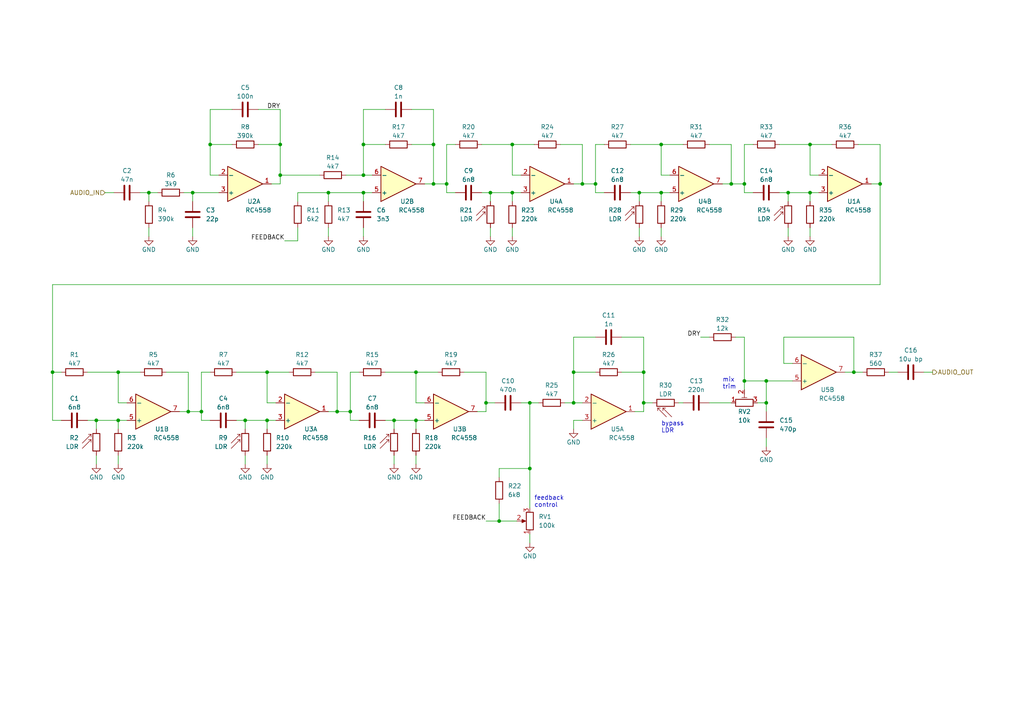
<source format=kicad_sch>
(kicad_sch (version 20211123) (generator eeschema)
  (paper "A4")
  (title_block (title "Mu-Tron Bi-Phase near-clone") (date "2022-08-01") (rev "0") (comment 2 "creativecommons.org/licenses/by/4.0/") (comment 3 "License: CC by 4.0") (comment 4 "Author: Jordan Aceto"))
  (lib_symbols
    (symbol "Amplifier_Operational:RC4558" (pin_names (offset 0.127))
      (property "Reference" "U" (at 0 5.08 0))
      (property "Value" "RC4558" (at 0 -5.08 0))
      (symbol "RC4558_1_1"
        (polyline (pts (xy -5.08 5.08) (xy 5.08 0) (xy -5.08 -5.08) (xy -5.08 5.08)) (stroke (width 0.254)) (fill (type background)))
        (pin output line (at 7.62 0 180) (length 2.54) (name "~") (number "1"))
        (pin input line (at -7.62 -2.54 0) (length 2.54) (name "-") (number "2"))
        (pin input line (at -7.62 2.54 0) (length 2.54) (name "+") (number "3"))
      )
      (symbol "RC4558_2_1"
        (polyline (pts (xy -5.08 5.08) (xy 5.08 0) (xy -5.08 -5.08) (xy -5.08 5.08)) (stroke (width 0.254)) (fill (type background)))
        (pin input line (at -7.62 2.54 0) (length 2.54) (name "+") (number "5"))
        (pin input line (at -7.62 -2.54 0) (length 2.54) (name "-") (number "6"))
        (pin output line (at 7.62 0 180) (length 2.54) (name "~") (number "7"))
      )
      (symbol "RC4558_3_1"
        (pin power_in line (at -2.54 -7.62 90) (length 3.81) (name "V-") (number "4"))
        (pin power_in line (at -2.54 7.62 270) (length 3.81) (name "V+") (number "8"))
      )
    )
    (symbol "Device:C" (pin_numbers hide) (pin_names (offset 0.254))
      (property "Reference" "C" (at 0.635 2.54 0))
      (property "Value" "C" (at 0.635 -2.54 0))
      (symbol "C_0_1"
        (polyline (pts (xy -2.032 -0.762) (xy 2.032 -0.762)) (stroke (width 0.508)))
        (polyline (pts (xy -2.032 0.762) (xy 2.032 0.762)) (stroke (width 0.508)))
      )
      (symbol "C_1_1"
        (pin passive line (at 0 3.81 270) (length 2.794) (name "~") (number "1"))
        (pin passive line (at 0 -3.81 90) (length 2.794) (name "~") (number "2"))
      )
    )
    (symbol "Device:R" (pin_numbers hide) (pin_names (offset 0))
      (property "Reference" "R" (at 2.032 0 90))
      (property "Value" "R" (at 0 0 90))
      (symbol "R_0_1"
        (rectangle (start -1.016 -2.54) (end 1.016 2.54) (stroke (width 0.254)))
      )
      (symbol "R_1_1"
        (pin passive line (at 0 3.81 270) (length 1.27) (name "~") (number "1"))
        (pin passive line (at 0 -3.81 90) (length 1.27) (name "~") (number "2"))
      )
    )
    (symbol "Device:R_Photo" (pin_numbers hide) (pin_names (offset 0))
      (property "Reference" "R" (at 1.27 1.27 0))
      (property "Value" "R_Photo" (at 1.27 0 0))
      (symbol "R_Photo_0_1"
        (rectangle (start -1.016 2.54) (end 1.016 -2.54) (stroke (width 0.254)))
        (polyline (pts (xy -1.524 -2.286) (xy -4.064 0.254)))
        (polyline (pts (xy -1.524 -2.286) (xy -2.286 -2.286)))
        (polyline (pts (xy -1.524 -2.286) (xy -1.524 -1.524)))
        (polyline (pts (xy -1.524 -0.762) (xy -4.064 1.778)))
        (polyline (pts (xy -1.524 -0.762) (xy -2.286 -0.762)))
        (polyline (pts (xy -1.524 -0.762) (xy -1.524 0)))
      )
      (symbol "R_Photo_1_1"
        (pin passive line (at 0 3.81 270) (length 1.27) (name "~") (number "1"))
        (pin passive line (at 0 -3.81 90) (length 1.27) (name "~") (number "2"))
      )
    )
    (symbol "Device:R_Potentiometer" (pin_names (offset 1.016) hide)
      (property "Reference" "RV" (at -4.445 0 90))
      (property "Value" "R_Potentiometer" (at -2.54 0 90))
      (symbol "R_Potentiometer_0_1"
        (polyline (pts (xy 2.54 0) (xy 1.524 0)))
        (polyline (pts (xy 1.143 0) (xy 2.286 0.508) (xy 2.286 -0.508) (xy 1.143 0)) (fill (type outline)))
        (rectangle (start 1.016 2.54) (end -1.016 -2.54) (stroke (width 0.254)))
      )
      (symbol "R_Potentiometer_1_1"
        (pin passive line (at 0 3.81 270) (length 1.27) (name "1") (number "1"))
        (pin passive line (at 3.81 0 180) (length 1.27) (name "2") (number "2"))
        (pin passive line (at 0 -3.81 90) (length 1.27) (name "3") (number "3"))
      )
    )
    (symbol "Device:R_Potentiometer_Trim" (pin_names (offset 1.016) hide)
      (property "Reference" "RV" (at -4.445 0 90))
      (property "Value" "R_Potentiometer_Trim" (at -2.54 0 90))
      (symbol "R_Potentiometer_Trim_0_1"
        (polyline (pts (xy 1.524 0.762) (xy 1.524 -0.762)))
        (polyline (pts (xy 2.54 0) (xy 1.524 0)))
        (rectangle (start 1.016 2.54) (end -1.016 -2.54) (stroke (width 0.254)))
      )
      (symbol "R_Potentiometer_Trim_1_1"
        (pin passive line (at 0 3.81 270) (length 1.27) (name "1") (number "1"))
        (pin passive line (at 3.81 0 180) (length 1.27) (name "2") (number "2"))
        (pin passive line (at 0 -3.81 90) (length 1.27) (name "3") (number "3"))
      )
    )
    (symbol "power:GND" (power) (pin_names (offset 0))
      (property "Value" "GND" (at 0 -3.81 0))
      (symbol "GND_0_1"
        (polyline (pts (xy 0 0) (xy 0 -1.27) (xy 1.27 -1.27) (xy 0 -2.54) (xy -1.27 -1.27) (xy 0 -1.27)))
      )
      (symbol "GND_1_1"
        (pin power_in line (at 0 0 270) (length 0) hide (name "GND") (number "1"))
      )
    )
  )
  (junction (at 234.95 41.91))
  (junction (at 144.78 151.13))
  (junction (at 255.27 53.34))
  (junction (at 153.67 116.84))
  (junction (at 101.6 119.38))
  (junction (at 172.72 53.34))
  (junction (at 81.28 50.8))
  (junction (at 185.42 55.88))
  (junction (at 77.47 121.92))
  (junction (at 15.24 107.95))
  (junction (at 234.95 55.88))
  (junction (at 222.25 116.84))
  (junction (at 54.61 119.38))
  (junction (at 27.94 121.92))
  (junction (at 191.77 55.88))
  (junction (at 166.37 116.84))
  (junction (at 222.25 110.49))
  (junction (at 114.3 121.92))
  (junction (at 148.59 55.88))
  (junction (at 212.09 53.34))
  (junction (at 168.91 53.34))
  (junction (at 34.29 121.92))
  (junction (at 34.29 107.95))
  (junction (at 125.73 53.34))
  (junction (at 120.65 121.92))
  (junction (at 95.25 55.88))
  (junction (at 71.12 121.92))
  (junction (at 43.18 55.88))
  (junction (at 105.41 55.88))
  (junction (at 120.65 107.95))
  (junction (at 153.67 135.89))
  (junction (at 142.24 55.88))
  (junction (at 186.69 116.84))
  (junction (at 215.9 110.49))
  (junction (at 247.65 107.95))
  (junction (at 186.69 107.95))
  (junction (at 105.41 50.8))
  (junction (at 55.88 55.88))
  (junction (at 58.42 119.38))
  (junction (at 97.79 119.38))
  (junction (at 148.59 41.91))
  (junction (at 140.97 116.84))
  (junction (at 191.77 41.91))
  (junction (at 215.9 53.34))
  (junction (at 166.37 107.95))
  (junction (at 77.47 107.95))
  (junction (at 60.96 41.91))
  (junction (at 125.73 41.91))
  (junction (at 129.54 53.34))
  (junction (at 81.28 41.91))
  (junction (at 105.41 41.91))
  (junction (at 228.6 55.88))
  (wire (pts (xy 222.25 116.84) (xy 219.71 116.84)))
  (wire (pts (xy 166.37 97.79) (xy 166.37 107.95)))
  (wire (pts (xy 168.91 53.34) (xy 172.72 53.34)))
  (wire (pts (xy 120.65 107.95) (xy 127 107.95)))
  (wire (pts (xy 166.37 116.84) (xy 168.91 116.84)))
  (wire (pts (xy 15.24 121.92) (xy 17.78 121.92)))
  (wire (pts (xy 58.42 119.38) (xy 58.42 107.95)))
  (wire (pts (xy 25.4 107.95) (xy 34.29 107.95)))
  (wire (pts (xy 97.79 119.38) (xy 101.6 119.38)))
  (wire (pts (xy 86.36 55.88) (xy 86.36 58.42)))
  (wire (pts (xy 227.33 105.41) (xy 229.87 105.41)))
  (wire (pts (xy 196.85 116.84) (xy 198.12 116.84)))
  (wire (pts (xy 43.18 66.04) (xy 43.18 68.58)))
  (wire (pts (xy 215.9 97.79) (xy 215.9 110.49)))
  (wire (pts (xy 148.59 55.88) (xy 148.59 58.42)))
  (wire (pts (xy 71.12 121.92) (xy 77.47 121.92)))
  (wire (pts (xy 78.74 53.34) (xy 81.28 53.34)))
  (wire (pts (xy 15.24 107.95) (xy 15.24 121.92)))
  (wire (pts (xy 105.41 55.88) (xy 107.95 55.88)))
  (wire (pts (xy 30.48 55.88) (xy 33.02 55.88)))
  (wire (pts (xy 215.9 55.88) (xy 215.9 53.34)))
  (wire (pts (xy 111.76 31.75) (xy 105.41 31.75)))
  (wire (pts (xy 205.74 41.91) (xy 212.09 41.91)))
  (wire (pts (xy 34.29 107.95) (xy 34.29 116.84)))
  (wire (pts (xy 186.69 107.95) (xy 186.69 116.84)))
  (wire (pts (xy 166.37 121.92) (xy 168.91 121.92)))
  (wire (pts (xy 139.7 55.88) (xy 142.24 55.88)))
  (wire (pts (xy 81.28 41.91) (xy 81.28 31.75)))
  (wire (pts (xy 245.11 107.95) (xy 247.65 107.95)))
  (wire (pts (xy 120.65 107.95) (xy 120.65 116.84)))
  (wire (pts (xy 205.74 116.84) (xy 212.09 116.84)))
  (wire (pts (xy 191.77 55.88) (xy 194.31 55.88)))
  (wire (pts (xy 227.33 97.79) (xy 227.33 105.41)))
  (wire (pts (xy 125.73 53.34) (xy 125.73 41.91)))
  (wire (pts (xy 247.65 107.95) (xy 250.19 107.95)))
  (wire (pts (xy 68.58 121.92) (xy 71.12 121.92)))
  (wire (pts (xy 27.94 124.46) (xy 27.94 121.92)))
  (wire (pts (xy 123.19 53.34) (xy 125.73 53.34)))
  (wire (pts (xy 166.37 121.92) (xy 166.37 124.46)))
  (wire (pts (xy 55.88 66.04) (xy 55.88 68.58)))
  (wire (pts (xy 125.73 53.34) (xy 129.54 53.34)))
  (wire (pts (xy 71.12 132.08) (xy 71.12 134.62)))
  (wire (pts (xy 43.18 55.88) (xy 43.18 58.42)))
  (wire (pts (xy 81.28 53.34) (xy 81.28 50.8)))
  (wire (pts (xy 81.28 50.8) (xy 81.28 41.91)))
  (wire (pts (xy 144.78 138.43) (xy 144.78 135.89)))
  (wire (pts (xy 105.41 58.42) (xy 105.41 55.88)))
  (wire (pts (xy 148.59 55.88) (xy 151.13 55.88)))
  (wire (pts (xy 247.65 97.79) (xy 227.33 97.79)))
  (wire (pts (xy 172.72 55.88) (xy 172.72 53.34)))
  (wire (pts (xy 138.43 119.38) (xy 140.97 119.38)))
  (wire (pts (xy 81.28 50.8) (xy 92.71 50.8)))
  (wire (pts (xy 111.76 121.92) (xy 114.3 121.92)))
  (wire (pts (xy 60.96 41.91) (xy 67.31 41.91)))
  (wire (pts (xy 215.9 113.03) (xy 215.9 110.49)))
  (wire (pts (xy 234.95 55.88) (xy 237.49 55.88)))
  (wire (pts (xy 186.69 116.84) (xy 186.69 119.38)))
  (wire (pts (xy 213.36 97.79) (xy 215.9 97.79)))
  (wire (pts (xy 129.54 55.88) (xy 132.08 55.88)))
  (wire (pts (xy 68.58 107.95) (xy 77.47 107.95)))
  (wire (pts (xy 142.24 58.42) (xy 142.24 55.88)))
  (wire (pts (xy 52.07 119.38) (xy 54.61 119.38)))
  (wire (pts (xy 222.25 110.49) (xy 229.87 110.49)))
  (wire (pts (xy 172.72 55.88) (xy 175.26 55.88)))
  (wire (pts (xy 142.24 55.88) (xy 148.59 55.88)))
  (wire (pts (xy 180.34 107.95) (xy 186.69 107.95)))
  (wire (pts (xy 55.88 55.88) (xy 63.5 55.88)))
  (wire (pts (xy 144.78 151.13) (xy 149.86 151.13)))
  (wire (pts (xy 34.29 107.95) (xy 40.64 107.95)))
  (wire (pts (xy 148.59 41.91) (xy 154.94 41.91)))
  (wire (pts (xy 60.96 31.75) (xy 60.96 41.91)))
  (wire (pts (xy 140.97 116.84) (xy 143.51 116.84)))
  (wire (pts (xy 212.09 53.34) (xy 212.09 41.91)))
  (wire (pts (xy 248.92 41.91) (xy 255.27 41.91)))
  (wire (pts (xy 257.81 107.95) (xy 260.35 107.95)))
  (wire (pts (xy 215.9 41.91) (xy 218.44 41.91)))
  (wire (pts (xy 142.24 66.04) (xy 142.24 68.58)))
  (wire (pts (xy 140.97 119.38) (xy 140.97 116.84)))
  (wire (pts (xy 101.6 121.92) (xy 104.14 121.92)))
  (wire (pts (xy 27.94 121.92) (xy 34.29 121.92)))
  (wire (pts (xy 234.95 55.88) (xy 234.95 58.42)))
  (wire (pts (xy 120.65 116.84) (xy 123.19 116.84)))
  (wire (pts (xy 144.78 135.89) (xy 153.67 135.89)))
  (wire (pts (xy 172.72 97.79) (xy 166.37 97.79)))
  (wire (pts (xy 77.47 107.95) (xy 77.47 116.84)))
  (wire (pts (xy 97.79 119.38) (xy 97.79 107.95)))
  (wire (pts (xy 163.83 116.84) (xy 166.37 116.84)))
  (wire (pts (xy 212.09 53.34) (xy 215.9 53.34)))
  (wire (pts (xy 166.37 107.95) (xy 172.72 107.95)))
  (wire (pts (xy 86.36 69.85) (xy 86.36 66.04)))
  (wire (pts (xy 186.69 97.79) (xy 180.34 97.79)))
  (wire (pts (xy 148.59 50.8) (xy 151.13 50.8)))
  (wire (pts (xy 215.9 55.88) (xy 218.44 55.88)))
  (wire (pts (xy 101.6 119.38) (xy 101.6 107.95)))
  (wire (pts (xy 95.25 66.04) (xy 95.25 68.58)))
  (wire (pts (xy 191.77 50.8) (xy 194.31 50.8)))
  (wire (pts (xy 105.41 41.91) (xy 111.76 41.91)))
  (wire (pts (xy 95.25 119.38) (xy 97.79 119.38)))
  (wire (pts (xy 185.42 55.88) (xy 191.77 55.88)))
  (wire (pts (xy 234.95 66.04) (xy 234.95 68.58)))
  (wire (pts (xy 105.41 50.8) (xy 107.95 50.8)))
  (wire (pts (xy 25.4 121.92) (xy 27.94 121.92)))
  (wire (pts (xy 34.29 116.84) (xy 36.83 116.84)))
  (wire (pts (xy 114.3 132.08) (xy 114.3 134.62)))
  (wire (pts (xy 58.42 121.92) (xy 60.96 121.92)))
  (wire (pts (xy 222.25 127) (xy 222.25 129.54)))
  (wire (pts (xy 54.61 119.38) (xy 58.42 119.38)))
  (wire (pts (xy 71.12 124.46) (xy 71.12 121.92)))
  (wire (pts (xy 60.96 50.8) (xy 63.5 50.8)))
  (wire (pts (xy 226.06 55.88) (xy 228.6 55.88)))
  (wire (pts (xy 34.29 132.08) (xy 34.29 134.62)))
  (wire (pts (xy 215.9 53.34) (xy 215.9 41.91)))
  (wire (pts (xy 255.27 53.34) (xy 255.27 41.91)))
  (wire (pts (xy 209.55 53.34) (xy 212.09 53.34)))
  (wire (pts (xy 105.41 66.04) (xy 105.41 68.58)))
  (wire (pts (xy 191.77 55.88) (xy 191.77 58.42)))
  (wire (pts (xy 77.47 121.92) (xy 80.01 121.92)))
  (wire (pts (xy 111.76 107.95) (xy 120.65 107.95)))
  (wire (pts (xy 185.42 66.04) (xy 185.42 68.58)))
  (wire (pts (xy 226.06 41.91) (xy 234.95 41.91)))
  (wire (pts (xy 125.73 31.75) (xy 119.38 31.75)))
  (wire (pts (xy 58.42 121.92) (xy 58.42 119.38)))
  (wire (pts (xy 182.88 41.91) (xy 191.77 41.91)))
  (wire (pts (xy 168.91 53.34) (xy 168.91 41.91)))
  (wire (pts (xy 105.41 31.75) (xy 105.41 41.91)))
  (wire (pts (xy 185.42 58.42) (xy 185.42 55.88)))
  (wire (pts (xy 148.59 66.04) (xy 148.59 68.58)))
  (wire (pts (xy 153.67 154.94) (xy 153.67 157.48)))
  (wire (pts (xy 77.47 116.84) (xy 80.01 116.84)))
  (wire (pts (xy 129.54 55.88) (xy 129.54 53.34)))
  (wire (pts (xy 43.18 55.88) (xy 45.72 55.88)))
  (wire (pts (xy 184.15 119.38) (xy 186.69 119.38)))
  (wire (pts (xy 148.59 41.91) (xy 148.59 50.8)))
  (wire (pts (xy 162.56 41.91) (xy 168.91 41.91)))
  (wire (pts (xy 228.6 66.04) (xy 228.6 68.58)))
  (wire (pts (xy 139.7 41.91) (xy 148.59 41.91)))
  (wire (pts (xy 15.24 107.95) (xy 17.78 107.95)))
  (wire (pts (xy 77.47 107.95) (xy 83.82 107.95)))
  (wire (pts (xy 100.33 50.8) (xy 105.41 50.8)))
  (wire (pts (xy 120.65 121.92) (xy 123.19 121.92)))
  (wire (pts (xy 234.95 41.91) (xy 241.3 41.91)))
  (wire (pts (xy 191.77 66.04) (xy 191.77 68.58)))
  (wire (pts (xy 203.2 97.79) (xy 205.74 97.79)))
  (wire (pts (xy 247.65 107.95) (xy 247.65 97.79)))
  (wire (pts (xy 134.62 107.95) (xy 140.97 107.95)))
  (wire (pts (xy 34.29 121.92) (xy 34.29 124.46)))
  (wire (pts (xy 120.65 132.08) (xy 120.65 134.62)))
  (wire (pts (xy 186.69 107.95) (xy 186.69 97.79)))
  (wire (pts (xy 191.77 41.91) (xy 198.12 41.91)))
  (wire (pts (xy 153.67 116.84) (xy 153.67 135.89)))
  (wire (pts (xy 234.95 50.8) (xy 237.49 50.8)))
  (wire (pts (xy 48.26 107.95) (xy 54.61 107.95)))
  (wire (pts (xy 74.93 41.91) (xy 81.28 41.91)))
  (wire (pts (xy 140.97 116.84) (xy 140.97 107.95)))
  (wire (pts (xy 140.97 151.13) (xy 144.78 151.13)))
  (wire (pts (xy 153.67 116.84) (xy 156.21 116.84)))
  (wire (pts (xy 86.36 55.88) (xy 95.25 55.88)))
  (wire (pts (xy 54.61 119.38) (xy 54.61 107.95)))
  (wire (pts (xy 77.47 121.92) (xy 77.47 124.46)))
  (wire (pts (xy 114.3 124.46) (xy 114.3 121.92)))
  (wire (pts (xy 95.25 55.88) (xy 95.25 58.42)))
  (wire (pts (xy 125.73 41.91) (xy 125.73 31.75)))
  (wire (pts (xy 228.6 58.42) (xy 228.6 55.88)))
  (wire (pts (xy 77.47 132.08) (xy 77.47 134.62)))
  (wire (pts (xy 91.44 107.95) (xy 97.79 107.95)))
  (wire (pts (xy 40.64 55.88) (xy 43.18 55.88)))
  (wire (pts (xy 95.25 55.88) (xy 105.41 55.88)))
  (wire (pts (xy 172.72 41.91) (xy 175.26 41.91)))
  (wire (pts (xy 67.31 31.75) (xy 60.96 31.75)))
  (wire (pts (xy 151.13 116.84) (xy 153.67 116.84)))
  (wire (pts (xy 81.28 31.75) (xy 74.93 31.75)))
  (wire (pts (xy 101.6 121.92) (xy 101.6 119.38)))
  (wire (pts (xy 55.88 58.42) (xy 55.88 55.88)))
  (wire (pts (xy 129.54 53.34) (xy 129.54 41.91)))
  (wire (pts (xy 15.24 107.95) (xy 15.24 82.55)))
  (wire (pts (xy 129.54 41.91) (xy 132.08 41.91)))
  (wire (pts (xy 60.96 41.91) (xy 60.96 50.8)))
  (wire (pts (xy 166.37 53.34) (xy 168.91 53.34)))
  (wire (pts (xy 222.25 110.49) (xy 222.25 116.84)))
  (wire (pts (xy 222.25 116.84) (xy 222.25 119.38)))
  (wire (pts (xy 172.72 53.34) (xy 172.72 41.91)))
  (wire (pts (xy 252.73 53.34) (xy 255.27 53.34)))
  (wire (pts (xy 34.29 121.92) (xy 36.83 121.92)))
  (wire (pts (xy 186.69 116.84) (xy 189.23 116.84)))
  (wire (pts (xy 27.94 132.08) (xy 27.94 134.62)))
  (wire (pts (xy 101.6 107.95) (xy 104.14 107.95)))
  (wire (pts (xy 191.77 41.91) (xy 191.77 50.8)))
  (wire (pts (xy 58.42 107.95) (xy 60.96 107.95)))
  (wire (pts (xy 166.37 107.95) (xy 166.37 116.84)))
  (wire (pts (xy 228.6 55.88) (xy 234.95 55.88)))
  (wire (pts (xy 119.38 41.91) (xy 125.73 41.91)))
  (wire (pts (xy 55.88 55.88) (xy 53.34 55.88)))
  (wire (pts (xy 153.67 135.89) (xy 153.67 147.32)))
  (wire (pts (xy 255.27 82.55) (xy 255.27 53.34)))
  (wire (pts (xy 144.78 146.05) (xy 144.78 151.13)))
  (wire (pts (xy 120.65 121.92) (xy 120.65 124.46)))
  (wire (pts (xy 15.24 82.55) (xy 255.27 82.55)))
  (wire (pts (xy 114.3 121.92) (xy 120.65 121.92)))
  (wire (pts (xy 82.55 69.85) (xy 86.36 69.85)))
  (wire (pts (xy 267.97 107.95) (xy 270.51 107.95)))
  (wire (pts (xy 105.41 41.91) (xy 105.41 50.8)))
  (wire (pts (xy 182.88 55.88) (xy 185.42 55.88)))
  (wire (pts (xy 234.95 41.91) (xy 234.95 50.8)))
  (wire (pts (xy 215.9 110.49) (xy 222.25 110.49)))
  (text "bypass\nLDR" (at 191.77 125.73 0) (effects (font (size 1.27 1.27)) (justify left bottom)))
  (text "feedback\ncontrol" (at 154.94 147.32 0) (effects (font (size 1.27 1.27)) (justify left bottom)))
  (text "mix\ntrim" (at 209.55 113.03 0) (effects (font (size 1.27 1.27)) (justify left bottom)))
  (label "FEEDBACK" (at 140.97 151.13 180))
  (label "FEEDBACK" (at 82.55 69.85 180))
  (label "DRY" (at 203.2 97.79 180))
  (label "DRY" (at 77.47 31.75 0))
  (hierarchical_label "AUDIO_IN" (shape input) (at 30.48 55.88 180))
  (hierarchical_label "AUDIO_OUT" (shape output) (at 270.51 107.95 0))
  (symbol (lib_id "Device:R") (at 44.45 107.95 90) (unit 1)
    (property "Reference" "R5" (at 44.45 102.87 90))
    (property "Value" "4k7" (at 44.45 105.41 90))
  )
  (symbol (lib_id "Device:C") (at 179.07 55.88 90) (unit 1)
    (property "Reference" "C12" (at 179.07 49.53 90))
    (property "Value" "6n8" (at 179.07 52.07 90))
  )
  (symbol (lib_id "Device:C") (at 71.12 31.75 90) (unit 1)
    (property "Reference" "C5" (at 71.12 25.4 90))
    (property "Value" "100n" (at 71.12 27.94 90))
  )
  (symbol (lib_id "Device:R_Photo") (at 27.94 128.27 0) (mirror x) (unit 1)
    (property "Reference" "R2" (at 22.86 126.9999 0) (effects (justify right)))
    (property "Value" "LDR" (at 22.86 129.5399 0) (effects (justify right)))
  )
  (symbol (lib_id "Device:R") (at 160.02 116.84 90) (unit 1)
    (property "Reference" "R25" (at 160.02 111.76 90))
    (property "Value" "4k7" (at 160.02 114.3 90))
  )
  (symbol (lib_id "Device:R_Photo") (at 185.42 62.23 0) (mirror x) (unit 1)
    (property "Reference" "R28" (at 180.34 60.9599 0) (effects (justify right)))
    (property "Value" "LDR" (at 180.34 63.4999 0) (effects (justify right)))
  )
  (symbol (lib_id "Amplifier_Operational:RC4558") (at 237.49 107.95 0) (mirror x) (unit 2)
    (property "Reference" "U5" (at 240.03 113.03 0))
    (property "Value" "RC4558" (at 241.3 115.57 0))
    (property "Datasheet" "http://www.ti.com/lit/ds/symlink/rc4558.pdf" (effects hide))
  )
  (symbol (lib_id "Device:R") (at 120.65 128.27 0) (unit 1)
    (property "Reference" "R18" (at 123.19 126.9999 0) (effects (justify left)))
    (property "Value" "220k" (at 123.19 129.5399 0) (effects (justify left)))
  )
  (symbol (lib_id "Device:R") (at 176.53 107.95 90) (unit 1)
    (property "Reference" "R26" (at 176.53 102.87 90))
    (property "Value" "4k7" (at 176.53 105.41 90))
  )
  (symbol (lib_id "Device:R_Photo") (at 71.12 128.27 0) (mirror x) (unit 1)
    (property "Reference" "R9" (at 66.04 126.9999 0) (effects (justify right)))
    (property "Value" "LDR" (at 66.04 129.5399 0) (effects (justify right)))
  )
  (symbol (lib_id "Device:C") (at 36.83 55.88 90) (unit 1)
    (property "Reference" "C2" (at 36.83 49.53 90))
    (property "Value" "47n" (at 36.83 52.07 90))
  )
  (symbol (lib_id "power:GND") (at 228.6 68.58 0) (unit 1)
    (property "Reference" "#PWR022" (effects hide))
    (property "Value" "GND" (at 228.6 72.39 0))
  )
  (symbol (lib_id "Device:R_Photo") (at 193.04 116.84 270) (mirror x) (unit 1)
    (property "Reference" "R30" (at 193.04 111.76 90))
    (property "Value" "LDR" (at 193.04 114.3 90))
  )
  (symbol (lib_id "power:GND") (at 77.47 134.62 0) (unit 1)
    (property "Reference" "#PWR010" (effects hide))
    (property "Value" "GND" (at 77.47 138.43 0))
  )
  (symbol (lib_id "Device:R") (at 144.78 142.24 0) (unit 1)
    (property "Reference" "R22" (at 147.32 140.9699 0) (effects (justify left)))
    (property "Value" "6k8" (at 147.32 143.5099 0) (effects (justify left)))
  )
  (symbol (lib_id "Device:R") (at 245.11 41.91 90) (unit 1)
    (property "Reference" "R36" (at 245.11 36.83 90))
    (property "Value" "4k7" (at 245.11 39.37 90))
  )
  (symbol (lib_id "Device:R") (at 34.29 128.27 0) (unit 1)
    (property "Reference" "R3" (at 36.83 126.9999 0) (effects (justify left)))
    (property "Value" "220k" (at 36.83 129.5399 0) (effects (justify left)))
  )
  (symbol (lib_id "Device:R") (at 191.77 62.23 0) (unit 1)
    (property "Reference" "R29" (at 194.31 60.9599 0) (effects (justify left)))
    (property "Value" "220k" (at 194.31 63.4999 0) (effects (justify left)))
  )
  (symbol (lib_id "Device:R") (at 87.63 107.95 90) (unit 1)
    (property "Reference" "R12" (at 87.63 102.87 90))
    (property "Value" "4k7" (at 87.63 105.41 90))
  )
  (symbol (lib_id "Device:R") (at 107.95 107.95 90) (unit 1)
    (property "Reference" "R15" (at 107.95 102.87 90))
    (property "Value" "4k7" (at 107.95 105.41 90))
  )
  (symbol (lib_id "Device:R_Potentiometer") (at 153.67 151.13 180) (unit 1)
    (property "Reference" "RV1" (at 156.21 149.8599 0) (effects (justify right)))
    (property "Value" "100k" (at 156.21 152.3999 0) (effects (justify right)))
  )
  (symbol (lib_id "Device:R") (at 115.57 41.91 90) (unit 1)
    (property "Reference" "R17" (at 115.57 36.83 90))
    (property "Value" "4k7" (at 115.57 39.37 90))
  )
  (symbol (lib_id "Amplifier_Operational:RC4558") (at 201.93 53.34 0) (mirror x) (unit 2)
    (property "Reference" "U4" (at 204.47 58.42 0))
    (property "Value" "RC4558" (at 205.74 60.96 0))
    (property "Datasheet" "http://www.ti.com/lit/ds/symlink/rc4558.pdf" (effects hide))
  )
  (symbol (lib_id "Device:C") (at 55.88 62.23 0) (unit 1)
    (property "Reference" "C3" (at 59.69 60.9599 0) (effects (justify left)))
    (property "Value" "22p" (at 59.69 63.4999 0) (effects (justify left)))
  )
  (symbol (lib_id "Device:R") (at 254 107.95 90) (unit 1)
    (property "Reference" "R37" (at 254 102.87 90))
    (property "Value" "560" (at 254 105.41 90))
  )
  (symbol (lib_id "Device:R") (at 179.07 41.91 90) (unit 1)
    (property "Reference" "R27" (at 179.07 36.83 90))
    (property "Value" "4k7" (at 179.07 39.37 90))
  )
  (symbol (lib_id "power:GND") (at 234.95 68.58 0) (unit 1)
    (property "Reference" "#PWR023" (effects hide))
    (property "Value" "GND" (at 234.95 72.39 0))
  )
  (symbol (lib_id "Device:R") (at 71.12 41.91 90) (unit 1)
    (property "Reference" "R8" (at 71.12 36.83 90))
    (property "Value" "390k" (at 71.12 39.37 90))
  )
  (symbol (lib_id "Device:R_Potentiometer_Trim") (at 215.9 116.84 90) (unit 1)
    (property "Reference" "RV2" (at 215.9 119.38 90))
    (property "Value" "10k" (at 215.9 121.92 90))
  )
  (symbol (lib_id "power:GND") (at 191.77 68.58 0) (unit 1)
    (property "Reference" "#PWR020" (effects hide))
    (property "Value" "GND" (at 191.77 72.39 0))
  )
  (symbol (lib_id "power:GND") (at 27.94 134.62 0) (unit 1)
    (property "Reference" "#PWR05" (effects hide))
    (property "Value" "GND" (at 27.94 138.43 0))
  )
  (symbol (lib_id "Device:R") (at 130.81 107.95 90) (unit 1)
    (property "Reference" "R19" (at 130.81 102.87 90))
    (property "Value" "4k7" (at 130.81 105.41 90))
  )
  (symbol (lib_id "Amplifier_Operational:RC4558") (at 245.11 53.34 0) (mirror x) (unit 1)
    (property "Reference" "U1" (at 247.65 58.42 0))
    (property "Value" "RC4558" (at 248.92 60.96 0))
    (property "Datasheet" "http://www.ti.com/lit/ds/symlink/rc4558.pdf" (effects hide))
  )
  (symbol (lib_id "power:GND") (at 185.42 68.58 0) (unit 1)
    (property "Reference" "#PWR019" (effects hide))
    (property "Value" "GND" (at 185.42 72.39 0))
  )
  (symbol (lib_id "power:GND") (at 148.59 68.58 0) (unit 1)
    (property "Reference" "#PWR016" (effects hide))
    (property "Value" "GND" (at 148.59 72.39 0))
  )
  (symbol (lib_id "Amplifier_Operational:RC4558") (at 44.45 119.38 0) (mirror x) (unit 2)
    (property "Reference" "U1" (at 46.99 124.46 0))
    (property "Value" "RC4558" (at 48.26 127 0))
    (property "Datasheet" "http://www.ti.com/lit/ds/symlink/rc4558.pdf" (effects hide))
  )
  (symbol (lib_id "power:GND") (at 222.25 129.54 0) (unit 1)
    (property "Reference" "#PWR021" (effects hide))
    (property "Value" "GND" (at 222.25 133.35 0))
  )
  (symbol (lib_id "Device:R") (at 201.93 41.91 90) (unit 1)
    (property "Reference" "R31" (at 201.93 36.83 90))
    (property "Value" "4k7" (at 201.93 39.37 90))
  )
  (symbol (lib_id "power:GND") (at 166.37 124.46 0) (unit 1)
    (property "Reference" "#PWR018" (effects hide))
    (property "Value" "GND" (at 166.37 128.27 0))
  )
  (symbol (lib_id "Device:R") (at 234.95 62.23 0) (unit 1)
    (property "Reference" "R35" (at 237.49 60.9599 0) (effects (justify left)))
    (property "Value" "220k" (at 237.49 63.4999 0) (effects (justify left)))
  )
  (symbol (lib_id "Device:R") (at 95.25 62.23 0) (unit 1)
    (property "Reference" "R13" (at 97.79 60.9599 0) (effects (justify left)))
    (property "Value" "4k7" (at 97.79 63.4999 0) (effects (justify left)))
  )
  (symbol (lib_id "Amplifier_Operational:RC4558") (at 87.63 119.38 0) (mirror x) (unit 1)
    (property "Reference" "U3" (at 90.17 124.46 0))
    (property "Value" "RC4558" (at 91.44 127 0))
    (property "Datasheet" "http://www.ti.com/lit/ds/symlink/rc4558.pdf" (effects hide))
  )
  (symbol (lib_id "Device:R") (at 158.75 41.91 90) (unit 1)
    (property "Reference" "R24" (at 158.75 36.83 90))
    (property "Value" "4k7" (at 158.75 39.37 90))
  )
  (symbol (lib_id "power:GND") (at 55.88 68.58 0) (unit 1)
    (property "Reference" "#PWR08" (effects hide))
    (property "Value" "GND" (at 55.88 72.39 0))
  )
  (symbol (lib_id "Device:C") (at 201.93 116.84 90) (unit 1)
    (property "Reference" "C13" (at 201.93 110.49 90))
    (property "Value" "220n" (at 201.93 113.03 90))
  )
  (symbol (lib_id "Device:R") (at 43.18 62.23 0) (unit 1)
    (property "Reference" "R4" (at 45.72 60.9599 0) (effects (justify left)))
    (property "Value" "390k" (at 45.72 63.4999 0) (effects (justify left)))
  )
  (symbol (lib_id "Device:C") (at 115.57 31.75 90) (unit 1)
    (property "Reference" "C8" (at 115.57 25.4 90))
    (property "Value" "1n" (at 115.57 27.94 90))
  )
  (symbol (lib_id "power:GND") (at 34.29 134.62 0) (unit 1)
    (property "Reference" "#PWR06" (effects hide))
    (property "Value" "GND" (at 34.29 138.43 0))
  )
  (symbol (lib_id "Device:R") (at 77.47 128.27 0) (unit 1)
    (property "Reference" "R10" (at 80.01 126.9999 0) (effects (justify left)))
    (property "Value" "220k" (at 80.01 129.5399 0) (effects (justify left)))
  )
  (symbol (lib_id "Device:R") (at 86.36 62.23 0) (unit 1)
    (property "Reference" "R11" (at 88.9 60.9599 0) (effects (justify left)))
    (property "Value" "6k2" (at 88.9 63.4999 0) (effects (justify left)))
  )
  (symbol (lib_id "Device:R") (at 49.53 55.88 90) (unit 1)
    (property "Reference" "R6" (at 49.53 50.8 90))
    (property "Value" "3k9" (at 49.53 53.34 90))
  )
  (symbol (lib_id "Device:C") (at 222.25 123.19 0) (unit 1)
    (property "Reference" "C15" (at 226.06 121.9199 0) (effects (justify left)))
    (property "Value" "470p" (at 226.06 124.4599 0) (effects (justify left)))
  )
  (symbol (lib_id "power:GND") (at 120.65 134.62 0) (unit 1)
    (property "Reference" "#PWR014" (effects hide))
    (property "Value" "GND" (at 120.65 138.43 0))
  )
  (symbol (lib_id "Amplifier_Operational:RC4558") (at 158.75 53.34 0) (mirror x) (unit 1)
    (property "Reference" "U4" (at 161.29 58.42 0))
    (property "Value" "RC4558" (at 162.56 60.96 0))
    (property "Datasheet" "http://www.ti.com/lit/ds/symlink/rc4558.pdf" (effects hide))
  )
  (symbol (lib_id "Device:R") (at 135.89 41.91 90) (unit 1)
    (property "Reference" "R20" (at 135.89 36.83 90))
    (property "Value" "4k7" (at 135.89 39.37 90))
  )
  (symbol (lib_id "Device:C") (at 105.41 62.23 0) (unit 1)
    (property "Reference" "C6" (at 109.22 60.9599 0) (effects (justify left)))
    (property "Value" "3n3" (at 109.22 63.4999 0) (effects (justify left)))
  )
  (symbol (lib_id "power:GND") (at 114.3 134.62 0) (unit 1)
    (property "Reference" "#PWR013" (effects hide))
    (property "Value" "GND" (at 114.3 138.43 0))
  )
  (symbol (lib_id "Device:R") (at 21.59 107.95 90) (unit 1)
    (property "Reference" "R1" (at 21.59 102.87 90))
    (property "Value" "4k7" (at 21.59 105.41 90))
  )
  (symbol (lib_id "Device:R") (at 96.52 50.8 90) (unit 1)
    (property "Reference" "R14" (at 96.52 45.72 90))
    (property "Value" "4k7" (at 96.52 48.26 90))
  )
  (symbol (lib_id "power:GND") (at 43.18 68.58 0) (unit 1)
    (property "Reference" "#PWR07" (effects hide))
    (property "Value" "GND" (at 43.18 72.39 0))
  )
  (symbol (lib_id "power:GND") (at 105.41 68.58 0) (unit 1)
    (property "Reference" "#PWR012" (effects hide))
    (property "Value" "GND" (at 105.41 72.39 0))
  )
  (symbol (lib_id "Device:R") (at 222.25 41.91 90) (unit 1)
    (property "Reference" "R33" (at 222.25 36.83 90))
    (property "Value" "4k7" (at 222.25 39.37 90))
  )
  (symbol (lib_id "Device:R_Photo") (at 142.24 62.23 0) (mirror x) (unit 1)
    (property "Reference" "R21" (at 137.16 60.9599 0) (effects (justify right)))
    (property "Value" "LDR" (at 137.16 63.4999 0) (effects (justify right)))
  )
  (symbol (lib_id "Amplifier_Operational:RC4558") (at 130.81 119.38 0) (mirror x) (unit 2)
    (property "Reference" "U3" (at 133.35 124.46 0))
    (property "Value" "RC4558" (at 134.62 127 0))
    (property "Datasheet" "http://www.ti.com/lit/ds/symlink/rc4558.pdf" (effects hide))
  )
  (symbol (lib_id "Device:C") (at 222.25 55.88 90) (unit 1)
    (property "Reference" "C14" (at 222.25 49.53 90))
    (property "Value" "6n8" (at 222.25 52.07 90))
  )
  (symbol (lib_id "Device:R") (at 64.77 107.95 90) (unit 1)
    (property "Reference" "R7" (at 64.77 102.87 90))
    (property "Value" "4k7" (at 64.77 105.41 90))
  )
  (symbol (lib_id "Device:R") (at 209.55 97.79 90) (unit 1)
    (property "Reference" "R32" (at 209.55 92.71 90))
    (property "Value" "12k" (at 209.55 95.25 90))
  )
  (symbol (lib_id "power:GND") (at 153.67 157.48 0) (unit 1)
    (property "Reference" "#PWR017" (effects hide))
    (property "Value" "GND" (at 153.67 161.29 0))
  )
  (symbol (lib_id "Device:C") (at 64.77 121.92 90) (unit 1)
    (property "Reference" "C4" (at 64.77 115.57 90))
    (property "Value" "6n8" (at 64.77 118.11 90))
  )
  (symbol (lib_id "Device:C") (at 147.32 116.84 90) (unit 1)
    (property "Reference" "C10" (at 147.32 110.49 90))
    (property "Value" "470n" (at 147.32 113.03 90))
  )
  (symbol (lib_id "Amplifier_Operational:RC4558") (at 115.57 53.34 0) (mirror x) (unit 2)
    (property "Reference" "U2" (at 118.11 58.42 0))
    (property "Value" "RC4558" (at 119.38 60.96 0))
    (property "Datasheet" "http://www.ti.com/lit/ds/symlink/rc4558.pdf" (effects hide))
  )
  (symbol (lib_id "Device:C") (at 264.16 107.95 90) (unit 1)
    (property "Reference" "C16" (at 264.16 101.6 90))
    (property "Value" "10u bp" (at 264.16 104.14 90))
  )
  (symbol (lib_id "Device:C") (at 21.59 121.92 90) (unit 1)
    (property "Reference" "C1" (at 21.59 115.57 90))
    (property "Value" "6n8" (at 21.59 118.11 90))
  )
  (symbol (lib_id "power:GND") (at 95.25 68.58 0) (unit 1)
    (property "Reference" "#PWR011" (effects hide))
    (property "Value" "GND" (at 95.25 72.39 0))
  )
  (symbol (lib_id "power:GND") (at 71.12 134.62 0) (unit 1)
    (property "Reference" "#PWR09" (effects hide))
    (property "Value" "GND" (at 71.12 138.43 0))
  )
  (symbol (lib_id "Device:R") (at 148.59 62.23 0) (unit 1)
    (property "Reference" "R23" (at 151.13 60.9599 0) (effects (justify left)))
    (property "Value" "220k" (at 151.13 63.4999 0) (effects (justify left)))
  )
  (symbol (lib_id "Amplifier_Operational:RC4558") (at 176.53 119.38 0) (mirror x) (unit 1)
    (property "Reference" "U5" (at 179.07 124.46 0))
    (property "Value" "RC4558" (at 180.34 127 0))
    (property "Datasheet" "http://www.ti.com/lit/ds/symlink/rc4558.pdf" (effects hide))
  )
  (symbol (lib_id "Amplifier_Operational:RC4558") (at 71.12 53.34 0) (mirror x) (unit 1)
    (property "Reference" "U2" (at 73.66 58.42 0))
    (property "Value" "RC4558" (at 74.93 60.96 0))
    (property "Datasheet" "http://www.ti.com/lit/ds/symlink/rc4558.pdf" (effects hide))
  )
  (symbol (lib_id "Device:C") (at 135.89 55.88 90) (unit 1)
    (property "Reference" "C9" (at 135.89 49.53 90))
    (property "Value" "6n8" (at 135.89 52.07 90))
  )
  (symbol (lib_id "Device:C") (at 107.95 121.92 90) (unit 1)
    (property "Reference" "C7" (at 107.95 115.57 90))
    (property "Value" "6n8" (at 107.95 118.11 90))
  )
  (symbol (lib_id "power:GND") (at 142.24 68.58 0) (unit 1)
    (property "Reference" "#PWR015" (effects hide))
    (property "Value" "GND" (at 142.24 72.39 0))
  )
  (symbol (lib_id "Device:C") (at 176.53 97.79 90) (unit 1)
    (property "Reference" "C11" (at 176.53 91.44 90))
    (property "Value" "1n" (at 176.53 93.98 90))
  )
  (symbol (lib_id "Device:R_Photo") (at 114.3 128.27 0) (mirror x) (unit 1)
    (property "Reference" "R16" (at 109.22 126.9999 0) (effects (justify right)))
    (property "Value" "LDR" (at 109.22 129.5399 0) (effects (justify right)))
  )
  (symbol (lib_id "Device:R_Photo") (at 228.6 62.23 0) (mirror x) (unit 1)
    (property "Reference" "R34" (at 223.52 60.9599 0) (effects (justify right)))
    (property "Value" "LDR" (at 223.52 63.4999 0) (effects (justify right)))
  )
)
</source>
